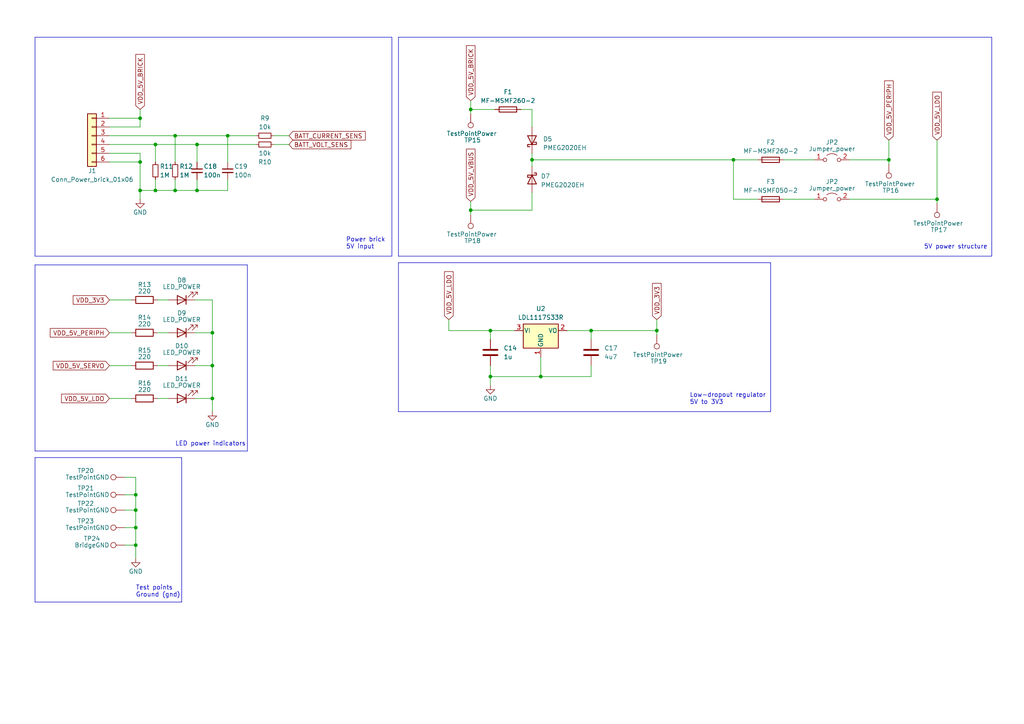
<source format=kicad_sch>
(kicad_sch (version 20230121) (generator eeschema)
  (paper "A4")
  (title_block (title "Royal Penguin") (date "2023-05-23") (rev "2.0") (company "Aerokitties"))
  (lib_symbols
    (symbol "Connector:TestPoint" (pin_numbers hide) (pin_names (offset 0.762) hide)
      (property "Reference" "TP" (at 0 6.858 0))
      (property "Value" "TestPoint" (at 0 5.08 0))
      (symbol "TestPoint_0_1"
        (circle (center 0 3.302) (radius 0.762))
      )
      (symbol "TestPoint_1_1"
        (pin passive line (at 0 0 90) (length 2.54) (name "1") (number "1"))
      )
    )
    (symbol "Connector_Generic:Conn_01x06" (pin_names (offset 1.016) hide)
      (property "Reference" "J" (at 0 7.62 0))
      (property "Value" "Conn_01x06" (at 0 -10.16 0))
      (symbol "Conn_01x06_1_1"
        (rectangle (start -1.27 -7.493) (end 0 -7.747) (stroke (width 0.1524)))
        (rectangle (start -1.27 -4.953) (end 0 -5.207) (stroke (width 0.1524)))
        (rectangle (start -1.27 -2.413) (end 0 -2.667) (stroke (width 0.1524)))
        (rectangle (start -1.27 0.127) (end 0 -0.127) (stroke (width 0.1524)))
        (rectangle (start -1.27 2.667) (end 0 2.413) (stroke (width 0.1524)))
        (rectangle (start -1.27 5.207) (end 0 4.953) (stroke (width 0.1524)))
        (rectangle (start -1.27 6.35) (end 1.27 -8.89) (stroke (width 0.254)) (fill (type background)))
        (pin passive line (at -5.08 5.08 0) (length 3.81) (name "Pin_1") (number "1"))
        (pin passive line (at -5.08 2.54 0) (length 3.81) (name "Pin_2") (number "2"))
        (pin passive line (at -5.08 0 0) (length 3.81) (name "Pin_3") (number "3"))
        (pin passive line (at -5.08 -2.54 0) (length 3.81) (name "Pin_4") (number "4"))
        (pin passive line (at -5.08 -5.08 0) (length 3.81) (name "Pin_5") (number "5"))
        (pin passive line (at -5.08 -7.62 0) (length 3.81) (name "Pin_6") (number "6"))
      )
    )
    (symbol "Device:C" (pin_numbers hide) (pin_names (offset 0.254))
      (property "Reference" "C" (at 0.635 2.54 0))
      (property "Value" "C" (at 0.635 -2.54 0))
      (symbol "C_0_1"
        (polyline (pts (xy -2.032 -0.762) (xy 2.032 -0.762)) (stroke (width 0.508)))
        (polyline (pts (xy -2.032 0.762) (xy 2.032 0.762)) (stroke (width 0.508)))
      )
      (symbol "C_1_1"
        (pin passive line (at 0 3.81 270) (length 2.794) (name "~") (number "1"))
        (pin passive line (at 0 -3.81 90) (length 2.794) (name "~") (number "2"))
      )
    )
    (symbol "Device:C_Small" (pin_numbers hide) (pin_names (offset 0.254) hide)
      (property "Reference" "C" (at 0.254 1.778 0))
      (property "Value" "C_Small" (at 0.254 -2.032 0))
      (symbol "C_Small_0_1"
        (polyline (pts (xy -1.524 -0.508) (xy 1.524 -0.508)) (stroke (width 0.3302)))
        (polyline (pts (xy -1.524 0.508) (xy 1.524 0.508)) (stroke (width 0.3048)))
      )
      (symbol "C_Small_1_1"
        (pin passive line (at 0 2.54 270) (length 2.032) (name "~") (number "1"))
        (pin passive line (at 0 -2.54 90) (length 2.032) (name "~") (number "2"))
      )
    )
    (symbol "Device:D_Schottky" (pin_numbers hide) (pin_names (offset 1.016) hide)
      (property "Reference" "D" (at 0 2.54 0))
      (property "Value" "D_Schottky" (at 0 -2.54 0))
      (symbol "D_Schottky_0_1"
        (polyline (pts (xy 1.27 0) (xy -1.27 0)))
        (polyline (pts (xy 1.27 1.27) (xy 1.27 -1.27) (xy -1.27 0) (xy 1.27 1.27)) (stroke (width 0.254)))
        (polyline (pts (xy -1.905 0.635) (xy -1.905 1.27) (xy -1.27 1.27) (xy -1.27 -1.27) (xy -0.635 -1.27) (xy -0.635 -0.635)) (stroke (width 0.254)))
      )
      (symbol "D_Schottky_1_1"
        (pin passive line (at -3.81 0 0) (length 2.54) (name "K") (number "1"))
        (pin passive line (at 3.81 0 180) (length 2.54) (name "A") (number "2"))
      )
    )
    (symbol "Device:Fuse" (pin_numbers hide) (pin_names (offset 0))
      (property "Reference" "F" (at 2.032 0 90))
      (property "Value" "Fuse" (at -1.905 0 90))
      (symbol "Fuse_0_1"
        (rectangle (start -0.762 -2.54) (end 0.762 2.54) (stroke (width 0.254)))
        (polyline (pts (xy 0 2.54) (xy 0 -2.54)))
      )
      (symbol "Fuse_1_1"
        (pin passive line (at 0 3.81 270) (length 1.27) (name "~") (number "1"))
        (pin passive line (at 0 -3.81 90) (length 1.27) (name "~") (number "2"))
      )
    )
    (symbol "Device:LED" (pin_numbers hide) (pin_names (offset 1.016) hide)
      (property "Reference" "D" (at 0 2.54 0))
      (property "Value" "LED" (at 0 -2.54 0))
      (symbol "LED_0_1"
        (polyline (pts (xy -1.27 -1.27) (xy -1.27 1.27)) (stroke (width 0.254)))
        (polyline (pts (xy -1.27 0) (xy 1.27 0)))
        (polyline (pts (xy 1.27 -1.27) (xy 1.27 1.27) (xy -1.27 0) (xy 1.27 -1.27)) (stroke (width 0.254)))
        (polyline (pts (xy -3.048 -0.762) (xy -4.572 -2.286) (xy -3.81 -2.286) (xy -4.572 -2.286) (xy -4.572 -1.524)))
        (polyline (pts (xy -1.778 -0.762) (xy -3.302 -2.286) (xy -2.54 -2.286) (xy -3.302 -2.286) (xy -3.302 -1.524)))
      )
      (symbol "LED_1_1"
        (pin passive line (at -3.81 0 0) (length 2.54) (name "K") (number "1"))
        (pin passive line (at 3.81 0 180) (length 2.54) (name "A") (number "2"))
      )
    )
    (symbol "Device:R" (pin_numbers hide) (pin_names (offset 0))
      (property "Reference" "R" (at 2.032 0 90))
      (property "Value" "R" (at 0 0 90))
      (symbol "R_0_1"
        (rectangle (start -1.016 -2.54) (end 1.016 2.54) (stroke (width 0.254)))
      )
      (symbol "R_1_1"
        (pin passive line (at 0 3.81 270) (length 1.27) (name "~") (number "1"))
        (pin passive line (at 0 -3.81 90) (length 1.27) (name "~") (number "2"))
      )
    )
    (symbol "Device:R_Small" (pin_numbers hide) (pin_names (offset 0.254) hide)
      (property "Reference" "R" (at 0.762 0.508 0))
      (property "Value" "R_Small" (at 0.762 -1.016 0))
      (symbol "R_Small_0_1"
        (rectangle (start -0.762 1.778) (end 0.762 -1.778) (stroke (width 0.2032)))
      )
      (symbol "R_Small_1_1"
        (pin passive line (at 0 2.54 270) (length 0.762) (name "~") (number "1"))
        (pin passive line (at 0 -2.54 90) (length 0.762) (name "~") (number "2"))
      )
    )
    (symbol "Jumper:Jumper_2_Open" (pin_names (offset 0) hide)
      (property "Reference" "JP" (at 0 2.794 0))
      (property "Value" "Jumper_2_Open" (at 0 -2.286 0))
      (symbol "Jumper_2_Open_0_0"
        (circle (center -2.032 0) (radius 0.508))
        (circle (center 2.032 0) (radius 0.508))
      )
      (symbol "Jumper_2_Open_0_1"
        (arc (start 1.524 1.27) (mid 0 1.778) (end -1.524 1.27))
      )
      (symbol "Jumper_2_Open_1_1"
        (pin passive line (at -5.08 0 0) (length 2.54) (name "A") (number "1"))
        (pin passive line (at 5.08 0 180) (length 2.54) (name "B") (number "2"))
      )
    )
    (symbol "Regulator_Linear:LD1117S33TR_SOT223" (pin_names (offset 0.254))
      (property "Reference" "U" (at -3.81 3.175 0))
      (property "Value" "LD1117S33TR_SOT223" (at 0 3.175 0))
      (symbol "LD1117S33TR_SOT223_0_1"
        (rectangle (start -5.08 -5.08) (end 5.08 1.905) (stroke (width 0.254)) (fill (type background)))
      )
      (symbol "LD1117S33TR_SOT223_1_1"
        (pin power_in line (at 0 -7.62 90) (length 2.54) (name "GND") (number "1"))
        (pin power_out line (at 7.62 0 180) (length 2.54) (name "VO") (number "2"))
        (pin power_in line (at -7.62 0 0) (length 2.54) (name "VI") (number "3"))
      )
    )
    (symbol "power:GND" (power) (pin_names (offset 0))
      (property "Value" "GND" (at 0 -3.81 0))
      (symbol "GND_0_1"
        (polyline (pts (xy 0 0) (xy 0 -1.27) (xy 1.27 -1.27) (xy 0 -2.54) (xy -1.27 -1.27) (xy 0 -1.27)))
      )
      (symbol "GND_1_1"
        (pin power_in line (at 0 0 270) (length 0) hide (name "GND") (number "1"))
      )
    )
  )
  (junction (at 61.595 115.57))
  (junction (at 40.64 55.245))
  (junction (at 39.37 158.115))
  (junction (at 271.78 57.785))
  (junction (at 45.085 55.245))
  (junction (at 61.595 96.52))
  (junction (at 136.525 60.96))
  (junction (at 40.64 34.29))
  (junction (at 171.45 95.885))
  (junction (at 257.81 46.355))
  (junction (at 50.8 55.245))
  (junction (at 61.595 106.045))
  (junction (at 190.5 95.885))
  (junction (at 142.24 95.885))
  (junction (at 57.15 41.91))
  (junction (at 39.37 153.035))
  (junction (at 45.085 41.91))
  (junction (at 57.15 55.245))
  (junction (at 66.04 39.37))
  (junction (at 39.37 143.51))
  (junction (at 142.24 109.22))
  (junction (at 39.37 147.955))
  (junction (at 154.305 46.355))
  (junction (at 40.64 46.99))
  (junction (at 156.845 109.22))
  (junction (at 50.8 39.37))
  (junction (at 136.525 31.75))
  (junction (at 212.725 46.355))
  (wire (pts (xy 50.8 39.37) (xy 66.04 39.37)))
  (wire (pts (xy 36.195 147.955) (xy 39.37 147.955)))
  (wire (pts (xy 130.175 95.885) (xy 142.24 95.885)))
  (polyline (pts (xy 115.57 10.795) (xy 287.655 10.795)))
  (wire (pts (xy 171.45 95.885) (xy 171.45 98.425)))
  (wire (pts (xy 45.72 115.57) (xy 48.895 115.57)))
  (wire (pts (xy 154.305 46.355) (xy 154.305 48.26)))
  (wire (pts (xy 50.8 55.245) (xy 45.085 55.245)))
  (wire (pts (xy 56.515 86.995) (xy 61.595 86.995)))
  (wire (pts (xy 136.525 62.23) (xy 136.525 60.96)))
  (wire (pts (xy 50.8 39.37) (xy 50.8 46.99)))
  (wire (pts (xy 246.38 46.355) (xy 257.81 46.355)))
  (wire (pts (xy 130.175 92.71) (xy 130.175 95.885)))
  (wire (pts (xy 149.225 95.885) (xy 142.24 95.885)))
  (wire (pts (xy 257.81 46.355) (xy 257.81 47.625)))
  (wire (pts (xy 31.75 115.57) (xy 38.1 115.57)))
  (wire (pts (xy 39.37 147.955) (xy 39.37 153.035)))
  (wire (pts (xy 31.75 39.37) (xy 50.8 39.37)))
  (wire (pts (xy 227.33 57.785) (xy 236.22 57.785)))
  (wire (pts (xy 45.085 41.91) (xy 57.15 41.91)))
  (wire (pts (xy 56.515 96.52) (xy 61.595 96.52)))
  (wire (pts (xy 66.04 55.245) (xy 66.04 52.07)))
  (wire (pts (xy 56.515 115.57) (xy 61.595 115.57)))
  (wire (pts (xy 40.64 55.245) (xy 40.64 57.785)))
  (wire (pts (xy 39.37 143.51) (xy 39.37 147.955)))
  (polyline (pts (xy 115.57 76.2) (xy 223.52 76.2)))
  (wire (pts (xy 31.75 36.83) (xy 40.64 36.83)))
  (wire (pts (xy 154.305 31.75) (xy 154.305 36.83)))
  (polyline (pts (xy 10.16 10.795) (xy 113.665 10.795)))
  (wire (pts (xy 171.45 109.22) (xy 171.45 106.045)))
  (wire (pts (xy 154.305 44.45) (xy 154.305 46.355)))
  (wire (pts (xy 45.085 52.07) (xy 45.085 55.245)))
  (polyline (pts (xy 223.52 119.38) (xy 115.57 119.38)))
  (wire (pts (xy 40.64 34.29) (xy 40.64 36.83)))
  (polyline (pts (xy 115.57 74.295) (xy 287.655 74.295)))
  (wire (pts (xy 212.725 57.785) (xy 219.71 57.785)))
  (wire (pts (xy 142.24 109.22) (xy 156.845 109.22)))
  (wire (pts (xy 136.525 31.75) (xy 143.51 31.75)))
  (wire (pts (xy 156.845 109.22) (xy 156.845 103.505)))
  (wire (pts (xy 36.195 143.51) (xy 39.37 143.51)))
  (wire (pts (xy 136.525 29.21) (xy 136.525 31.75)))
  (polyline (pts (xy 10.16 132.715) (xy 10.16 174.625)))
  (wire (pts (xy 164.465 95.885) (xy 171.45 95.885)))
  (polyline (pts (xy 10.16 74.295) (xy 113.665 74.295)))
  (wire (pts (xy 45.085 55.245) (xy 40.64 55.245)))
  (wire (pts (xy 154.305 60.96) (xy 154.305 55.88)))
  (polyline (pts (xy 52.705 132.715) (xy 52.705 174.625)))
  (wire (pts (xy 271.78 57.785) (xy 271.78 40.64)))
  (wire (pts (xy 45.72 86.995) (xy 48.895 86.995)))
  (wire (pts (xy 40.64 46.99) (xy 40.64 55.245)))
  (wire (pts (xy 171.45 95.885) (xy 190.5 95.885)))
  (wire (pts (xy 66.04 39.37) (xy 66.04 46.99)))
  (wire (pts (xy 36.195 138.43) (xy 39.37 138.43)))
  (wire (pts (xy 40.64 31.75) (xy 40.64 34.29)))
  (wire (pts (xy 151.13 31.75) (xy 154.305 31.75)))
  (wire (pts (xy 31.75 44.45) (xy 40.64 44.45)))
  (wire (pts (xy 136.525 60.96) (xy 154.305 60.96)))
  (wire (pts (xy 61.595 86.995) (xy 61.595 96.52)))
  (wire (pts (xy 61.595 115.57) (xy 61.595 119.38)))
  (wire (pts (xy 257.81 46.355) (xy 257.81 40.64)))
  (wire (pts (xy 45.72 106.045) (xy 48.895 106.045)))
  (wire (pts (xy 136.525 31.75) (xy 136.525 33.02)))
  (wire (pts (xy 31.75 41.91) (xy 45.085 41.91)))
  (wire (pts (xy 246.38 57.785) (xy 271.78 57.785)))
  (polyline (pts (xy 10.16 132.715) (xy 52.705 132.715)))
  (wire (pts (xy 154.305 46.355) (xy 212.725 46.355)))
  (wire (pts (xy 45.085 41.91) (xy 45.085 46.99)))
  (wire (pts (xy 57.15 41.91) (xy 74.295 41.91)))
  (wire (pts (xy 36.195 153.035) (xy 39.37 153.035)))
  (polyline (pts (xy 71.755 76.835) (xy 10.16 76.835)))
  (wire (pts (xy 31.75 106.045) (xy 38.1 106.045)))
  (polyline (pts (xy 115.57 76.2) (xy 115.57 119.38)))
  (polyline (pts (xy 113.665 10.795) (xy 113.665 74.295)))
  (wire (pts (xy 31.75 46.99) (xy 40.64 46.99)))
  (wire (pts (xy 190.5 92.71) (xy 190.5 95.885)))
  (wire (pts (xy 39.37 153.035) (xy 39.37 158.115)))
  (wire (pts (xy 61.595 96.52) (xy 61.595 106.045)))
  (polyline (pts (xy 52.705 174.625) (xy 10.16 174.625)))
  (wire (pts (xy 79.375 39.37) (xy 83.82 39.37)))
  (wire (pts (xy 156.845 109.22) (xy 171.45 109.22)))
  (wire (pts (xy 142.24 109.22) (xy 142.24 111.76)))
  (wire (pts (xy 31.75 34.29) (xy 40.64 34.29)))
  (wire (pts (xy 57.15 55.245) (xy 57.15 52.07)))
  (wire (pts (xy 57.15 41.91) (xy 57.15 46.99)))
  (wire (pts (xy 39.37 158.115) (xy 39.37 161.925)))
  (polyline (pts (xy 71.755 130.81) (xy 71.755 76.835)))
  (wire (pts (xy 50.8 55.245) (xy 57.15 55.245)))
  (wire (pts (xy 79.375 41.91) (xy 83.82 41.91)))
  (wire (pts (xy 212.725 46.355) (xy 219.71 46.355)))
  (wire (pts (xy 142.24 95.885) (xy 142.24 98.425)))
  (wire (pts (xy 45.72 96.52) (xy 48.895 96.52)))
  (wire (pts (xy 61.595 106.045) (xy 61.595 115.57)))
  (wire (pts (xy 190.5 95.885) (xy 190.5 97.155)))
  (polyline (pts (xy 115.57 74.295) (xy 115.57 10.795)))
  (wire (pts (xy 227.33 46.355) (xy 236.22 46.355)))
  (wire (pts (xy 56.515 106.045) (xy 61.595 106.045)))
  (polyline (pts (xy 223.52 76.2) (xy 223.52 119.38)))
  (wire (pts (xy 136.525 58.42) (xy 136.525 60.96)))
  (wire (pts (xy 31.75 96.52) (xy 38.1 96.52)))
  (wire (pts (xy 36.195 158.115) (xy 39.37 158.115)))
  (wire (pts (xy 40.64 44.45) (xy 40.64 46.99)))
  (wire (pts (xy 50.8 52.07) (xy 50.8 55.245)))
  (wire (pts (xy 31.75 86.995) (xy 38.1 86.995)))
  (wire (pts (xy 271.78 57.785) (xy 271.78 59.055)))
  (wire (pts (xy 57.15 55.245) (xy 66.04 55.245)))
  (polyline (pts (xy 287.655 10.795) (xy 287.655 74.295)))
  (polyline (pts (xy 10.16 74.295) (xy 10.16 10.795)))
  (wire (pts (xy 66.04 39.37) (xy 74.295 39.37)))
  (wire (pts (xy 212.725 46.355) (xy 212.725 57.785)))
  (wire (pts (xy 39.37 138.43) (xy 39.37 143.51)))
  (polyline (pts (xy 10.16 76.835) (xy 10.16 130.81)))
  (wire (pts (xy 142.24 106.045) (xy 142.24 109.22)))
  (polyline (pts (xy 10.16 130.81) (xy 71.755 130.81)))
  (text "Test points\nGround (gnd)" (at 39.37 173.355 0) (effects (font (size 1.27 1.27)) (justify left bottom)))
  (text "5V power structure" (at 267.97 72.39 0) (effects (font (size 1.27 1.27)) (justify left bottom)))
  (text "Power brick\n5V input" (at 100.33 72.39 0) (effects (font (size 1.27 1.27)) (justify left bottom)))
  (text "LED power indicators" (at 50.8 129.54 0) (effects (font (size 1.27 1.27)) (justify left bottom)))
  (text "Low-dropout regulator\n5V to 3V3" (at 200.025 117.475 0) (effects (font (size 1.27 1.27)) (justify left bottom)))
  (global_label "VDD_5V_LDO" (shape input) (at 31.75 115.57 180) (property "Intersheetrefs" "${INTERSHEET_REFS}" (effects hide)))
  (global_label "BATT_VOLT_SENS" (shape input) (at 83.82 41.91 0) (property "Intersheetrefs" "${INTERSHEET_REFS}" (effects hide)))
  (global_label "VDD_5V_PERIPH" (shape input) (at 257.81 40.64 90) (property "Intersheetrefs" "${INTERSHEET_REFS}" (effects hide)))
  (global_label "VDD_5V_PERIPH" (shape input) (at 31.75 96.52 180) (property "Intersheetrefs" "${INTERSHEET_REFS}" (effects hide)))
  (global_label "VDD_3V3" (shape input) (at 190.5 92.71 90) (property "Intersheetrefs" "${INTERSHEET_REFS}" (effects hide)))
  (global_label "VDD_5V_VBUS" (shape input) (at 136.525 58.42 90) (property "Intersheetrefs" "${INTERSHEET_REFS}" (effects hide)))
  (global_label "VDD_5V_LDO" (shape input) (at 271.78 40.64 90) (property "Intersheetrefs" "${INTERSHEET_REFS}" (effects hide)))
  (global_label "VDD_5V_BRICK" (shape input) (at 136.525 29.21 90) (property "Intersheetrefs" "${INTERSHEET_REFS}" (effects hide)))
  (global_label "VDD_3V3" (shape input) (at 31.75 86.995 180) (property "Intersheetrefs" "${INTERSHEET_REFS}" (effects hide)))
  (global_label "VDD_5V_LDO" (shape input) (at 130.175 92.71 90) (property "Intersheetrefs" "${INTERSHEET_REFS}" (effects hide)))
  (global_label "VDD_5V_BRICK" (shape input) (at 40.64 31.75 90) (property "Intersheetrefs" "${INTERSHEET_REFS}" (effects hide)))
  (global_label "VDD_5V_SERVO" (shape input) (at 31.75 106.045 180) (property "Intersheetrefs" "${INTERSHEET_REFS}" (effects hide)))
  (global_label "BATT_CURRENT_SENS" (shape input) (at 83.82 39.37 0) (property "Intersheetrefs" "${INTERSHEET_REFS}" (effects hide)))
  (symbol (lib_id "Device:R") (at 41.91 106.045 90) (unit 1)
    (property "Reference" "R15" (at 41.91 101.6 90))
    (property "Value" "220" (at 41.91 103.505 90))
    (property "Footprint" "Resistor_SMD:R_0603_1608Metric" (effects hide))
  )
  (symbol (lib_id "Connector:TestPoint") (at 36.195 147.955 90) (unit 1)
    (property "Reference" "TP22" (at 27.305 146.05 90) (effects (justify left)))
    (property "Value" "TestPointGND" (at 31.75 147.955 90) (effects (justify left)))
    (property "Footprint" "TestPoint:TestPoint_THTPad_1.0x1.0mm_Drill0.5mm" (effects hide))
  )
  (symbol (lib_id "Device:LED") (at 52.705 86.995 180) (unit 1)
    (property "Reference" "D8" (at 52.705 81.28 0))
    (property "Value" "LED_POWER" (at 52.705 83.185 0))
    (property "Footprint" "LED_SMD:LED_1206_3216Metric_Pad1.42x1.75mm_HandSolder" (effects hide))
  )
  (symbol (lib_id "Device:C") (at 142.24 102.235 0) (unit 1)
    (property "Reference" "C14" (at 146.05 100.9649 0) (effects (justify left)))
    (property "Value" "1u" (at 146.05 103.5049 0) (effects (justify left)))
    (property "Footprint" "Capacitor_SMD:C_0805_2012Metric_Pad1.18x1.45mm_HandSolder" (effects hide))
    (instances (project "1.3" (path "" (reference "C14") (unit 1))) (project "2.0" (path "" (reference "C20") (unit 1))))
  )
  (symbol (lib_id "Connector:TestPoint") (at 271.78 59.055 180) (unit 1)
    (property "Reference" "TP17" (at 269.875 66.675 0) (effects (justify right)))
    (property "Value" "TestPointPower" (at 264.795 64.77 0) (effects (justify right)))
    (property "Footprint" "TestPoint:TestPoint_THTPad_D1.0mm_Drill0.5mm" (effects hide))
  )
  (symbol (lib_id "Device:R_Small") (at 45.085 49.53 0) (unit 1)
    (property "Reference" "R11" (at 46.355 48.26 0) (effects (justify left)))
    (property "Value" "1M" (at 46.355 50.8 0) (effects (justify left)))
    (property "Footprint" "Resistor_SMD:R_0603_1608Metric" (effects hide))
  )
  (symbol (lib_id "power:GND") (at 61.595 119.38 0) (unit 1)
    (property "Reference" "#PWR012" (effects hide))
    (property "Value" "GND" (at 61.595 123.19 0))
  )
  (symbol (lib_id "Connector:TestPoint") (at 257.81 47.625 180) (unit 1)
    (property "Reference" "TP16" (at 255.905 55.245 0) (effects (justify right)))
    (property "Value" "TestPointPower" (at 250.825 53.34 0) (effects (justify right)))
    (property "Footprint" "TestPoint:TestPoint_THTPad_D1.0mm_Drill0.5mm" (effects hide))
  )
  (symbol (lib_id "Connector:TestPoint") (at 36.195 138.43 90) (unit 1)
    (property "Reference" "TP20" (at 27.305 136.525 90) (effects (justify left)))
    (property "Value" "TestPointGND" (at 31.75 138.43 90) (effects (justify left)))
    (property "Footprint" "TestPoint:TestPoint_THTPad_1.0x1.0mm_Drill0.5mm" (effects hide))
  )
  (symbol (lib_id "Device:R_Small") (at 76.835 41.91 90) (unit 1)
    (property "Reference" "R10" (at 76.835 46.99 90))
    (property "Value" "10k" (at 76.835 44.45 90))
    (property "Footprint" "Resistor_SMD:R_0603_1608Metric" (effects hide))
  )
  (symbol (lib_id "Device:LED") (at 52.705 115.57 180) (unit 1)
    (property "Reference" "D11" (at 52.705 109.855 0))
    (property "Value" "LED_POWER" (at 52.705 111.76 0))
    (property "Footprint" "LED_SMD:LED_1206_3216Metric_Pad1.42x1.75mm_HandSolder" (effects hide))
  )
  (symbol (lib_id "Device:R") (at 41.91 115.57 90) (unit 1)
    (property "Reference" "R16" (at 41.91 111.125 90))
    (property "Value" "220" (at 41.91 113.03 90))
    (property "Footprint" "Resistor_SMD:R_0603_1608Metric" (effects hide))
  )
  (symbol (lib_id "Connector:TestPoint") (at 136.525 33.02 180) (unit 1)
    (property "Reference" "TP15" (at 134.62 40.64 0) (effects (justify right)))
    (property "Value" "TestPointPower" (at 129.54 38.735 0) (effects (justify right)))
    (property "Footprint" "TestPoint:TestPoint_THTPad_D1.0mm_Drill0.5mm" (effects hide))
  )
  (symbol (lib_id "Device:D_Schottky") (at 154.305 52.07 270) (unit 1)
    (property "Reference" "D7" (at 156.845 51.1175 90) (effects (justify left)))
    (property "Value" "PMEG2020EH" (at 156.845 53.6575 90) (effects (justify left)))
    (property "Footprint" "Diode_SMD:D_SOD-123F" (effects hide))
  )
  (symbol (lib_id "Device:C_Small") (at 57.15 49.53 0) (unit 1)
    (property "Reference" "C18" (at 59.055 48.26 0) (effects (justify left)))
    (property "Value" "100n" (at 59.055 50.8 0) (effects (justify left)))
    (property "Footprint" "Capacitor_SMD:C_0603_1608Metric" (effects hide))
  )
  (symbol (lib_id "Device:LED") (at 52.705 106.045 180) (unit 1)
    (property "Reference" "D10" (at 52.705 100.33 0))
    (property "Value" "LED_POWER" (at 52.705 102.235 0))
    (property "Footprint" "LED_SMD:LED_1206_3216Metric_Pad1.42x1.75mm_HandSolder" (effects hide))
  )
  (symbol (lib_id "Device:D_Schottky") (at 154.305 40.64 90) (unit 1)
    (property "Reference" "D5" (at 157.48 40.3225 90) (effects (justify right)))
    (property "Value" "PMEG2020EH" (at 157.48 42.8625 90) (effects (justify right)))
    (property "Footprint" "Diode_SMD:D_SOD-123F" (effects hide))
  )
  (symbol (lib_id "Device:C") (at 171.45 102.235 0) (unit 1)
    (property "Reference" "C17" (at 175.26 100.9649 0) (effects (justify left)))
    (property "Value" "4u7" (at 175.26 103.5049 0) (effects (justify left)))
    (property "Footprint" "Capacitor_SMD:C_0805_2012Metric_Pad1.18x1.45mm_HandSolder" (effects hide))
    (instances (project "1.3" (path "" (reference "C17") (unit 1))) (project "2.0" (path "" (reference "C21") (unit 1))))
  )
  (symbol (lib_id "Device:R_Small") (at 76.835 39.37 90) (unit 1)
    (property "Reference" "R9" (at 76.835 34.29 90))
    (property "Value" "10k" (at 76.835 36.83 90))
    (property "Footprint" "Resistor_SMD:R_0603_1608Metric" (effects hide))
  )
  (symbol (lib_id "Device:R") (at 41.91 96.52 90) (unit 1)
    (property "Reference" "R14" (at 41.91 92.075 90))
    (property "Value" "220" (at 41.91 93.98 90))
    (property "Footprint" "Resistor_SMD:R_0603_1608Metric" (effects hide))
  )
  (symbol (lib_id "Connector:TestPoint") (at 36.195 153.035 90) (unit 1)
    (property "Reference" "TP23" (at 27.305 151.13 90) (effects (justify left)))
    (property "Value" "TestPointGND" (at 31.75 153.035 90) (effects (justify left)))
    (property "Footprint" "TestPoint:TestPoint_THTPad_1.0x1.0mm_Drill0.5mm" (effects hide))
  )
  (symbol (lib_id "Connector:TestPoint") (at 36.195 143.51 90) (unit 1)
    (property "Reference" "TP21" (at 27.305 141.605 90) (effects (justify left)))
    (property "Value" "TestPointGND" (at 31.75 143.51 90) (effects (justify left)))
    (property "Footprint" "TestPoint:TestPoint_THTPad_1.0x1.0mm_Drill0.5mm" (effects hide))
  )
  (symbol (lib_id "Jumper:Jumper_2_Open") (at 241.3 57.785 0) (unit 1)
    (property "Reference" "JP2" (at 241.3 52.705 0))
    (property "Value" "Jumper_power" (at 241.3 54.61 0))
    (property "Footprint" "Connector_PinHeader_2.54mm:PinHeader_1x02_P2.54mm_Vertical" (effects hide))
  )
  (symbol (lib_id "power:GND") (at 40.64 57.785 0) (unit 1)
    (property "Reference" "#PWR010" (effects hide))
    (property "Value" "GND" (at 40.64 61.595 0))
  )
  (symbol (lib_id "power:GND") (at 142.24 111.76 0) (unit 1)
    (property "Reference" "#PWR011" (effects hide))
    (property "Value" "GND" (at 142.24 115.57 0))
  )
  (symbol (lib_id "Connector:TestPoint") (at 190.5 97.155 180) (unit 1)
    (property "Reference" "TP19" (at 188.595 104.775 0) (effects (justify right)))
    (property "Value" "TestPointPower" (at 183.515 102.87 0) (effects (justify right)))
    (property "Footprint" "TestPoint:TestPoint_THTPad_D1.0mm_Drill0.5mm" (effects hide))
  )
  (symbol (lib_id "Device:R_Small") (at 50.8 49.53 0) (unit 1)
    (property "Reference" "R12" (at 52.07 48.26 0) (effects (justify left)))
    (property "Value" "1M" (at 52.07 50.8 0) (effects (justify left)))
    (property "Footprint" "Resistor_SMD:R_0603_1608Metric" (effects hide))
  )
  (symbol (lib_id "Jumper:Jumper_2_Open") (at 241.3 46.355 0) (unit 1)
    (property "Reference" "JP2" (at 241.3 41.275 0))
    (property "Value" "Jumper_power" (at 241.3 43.18 0))
    (property "Footprint" "Connector_PinHeader_2.54mm:PinHeader_1x02_P2.54mm_Vertical" (effects hide))
    (instances (project "1.3" (path "" (reference "JP2") (unit 1))) (project "2.0" (path "" (reference "JP1") (unit 1))))
  )
  (symbol (lib_id "Device:Fuse") (at 223.52 57.785 90) (unit 1)
    (property "Reference" "F3" (at 223.52 52.705 90))
    (property "Value" "MF-NSMF050-2" (at 223.52 55.245 90))
    (property "Footprint" "Fuse:Fuse_1206_3216Metric_Pad1.42x1.75mm_HandSolder" (effects hide))
  )
  (symbol (lib_id "Device:Fuse") (at 147.32 31.75 90) (unit 1)
    (property "Reference" "F1" (at 147.32 26.67 90))
    (property "Value" "MF-MSMF260-2" (at 147.32 29.21 90))
    (property "Footprint" "Fuse:Fuse_1812_4532Metric_Pad1.30x3.40mm_HandSolder" (effects hide))
  )
  (symbol (lib_id "Device:R") (at 41.91 86.995 90) (unit 1)
    (property "Reference" "R13" (at 41.91 82.55 90))
    (property "Value" "220" (at 41.91 84.455 90))
    (property "Footprint" "Resistor_SMD:R_0603_1608Metric" (effects hide))
  )
  (symbol (lib_id "Regulator_Linear:LD1117S33TR_SOT223") (at 156.845 95.885 0) (unit 1)
    (property "Reference" "U2" (at 156.845 89.535 0))
    (property "Value" "LDL1117S33R" (at 156.845 92.075 0))
    (property "Footprint" "Package_TO_SOT_SMD:SOT-223-3_TabPin2" (effects hide))
  )
  (symbol (lib_id "Connector:TestPoint") (at 136.525 62.23 180) (unit 1)
    (property "Reference" "TP18" (at 134.62 69.85 0) (effects (justify right)))
    (property "Value" "TestPointPower" (at 129.54 67.945 0) (effects (justify right)))
    (property "Footprint" "TestPoint:TestPoint_THTPad_D1.0mm_Drill0.5mm" (effects hide))
  )
  (symbol (lib_id "Device:LED") (at 52.705 96.52 180) (unit 1)
    (property "Reference" "D9" (at 52.705 90.805 0))
    (property "Value" "LED_POWER" (at 52.705 92.71 0))
    (property "Footprint" "LED_SMD:LED_1206_3216Metric_Pad1.42x1.75mm_HandSolder" (effects hide))
  )
  (symbol (lib_id "Device:Fuse") (at 223.52 46.355 90) (unit 1)
    (property "Reference" "F2" (at 223.52 41.275 90))
    (property "Value" "MF-MSMF260-2" (at 223.52 43.815 90))
    (property "Footprint" "Fuse:Fuse_1812_4532Metric_Pad1.30x3.40mm_HandSolder" (effects hide))
  )
  (symbol (lib_id "power:GND") (at 39.37 161.925 0) (unit 1)
    (property "Reference" "#PWR013" (effects hide))
    (property "Value" "GND" (at 39.37 165.735 0))
  )
  (symbol (lib_id "Connector_Generic:Conn_01x06") (at 26.67 39.37 0) (mirror y) (unit 1)
    (property "Reference" "J1" (at 27.94 49.53 0) (effects (justify left)))
    (property "Value" "Conn_Power_brick_01x06" (at 38.735 52.07 0) (effects (justify left)))
    (property "Footprint" "Connector_Molex:Molex_PicoBlade_53047-0610_1x06_P1.25mm_Vertical" (effects hide))
  )
  (symbol (lib_id "Connector:TestPoint") (at 36.195 158.115 90) (unit 1)
    (property "Reference" "TP24" (at 26.67 156.21 90))
    (property "Value" "BridgeGND" (at 26.67 158.115 90))
    (property "Footprint" "TestPoint:TestPoint_Bridge_Pitch5.08mm_Drill0.7mm" (effects hide))
  )
  (symbol (lib_id "Device:C_Small") (at 66.04 49.53 0) (unit 1)
    (property "Reference" "C19" (at 67.945 48.26 0) (effects (justify left)))
    (property "Value" "100n" (at 67.945 50.8 0) (effects (justify left)))
    (property "Footprint" "Capacitor_SMD:C_0603_1608Metric" (effects hide))
  )
)
</source>
